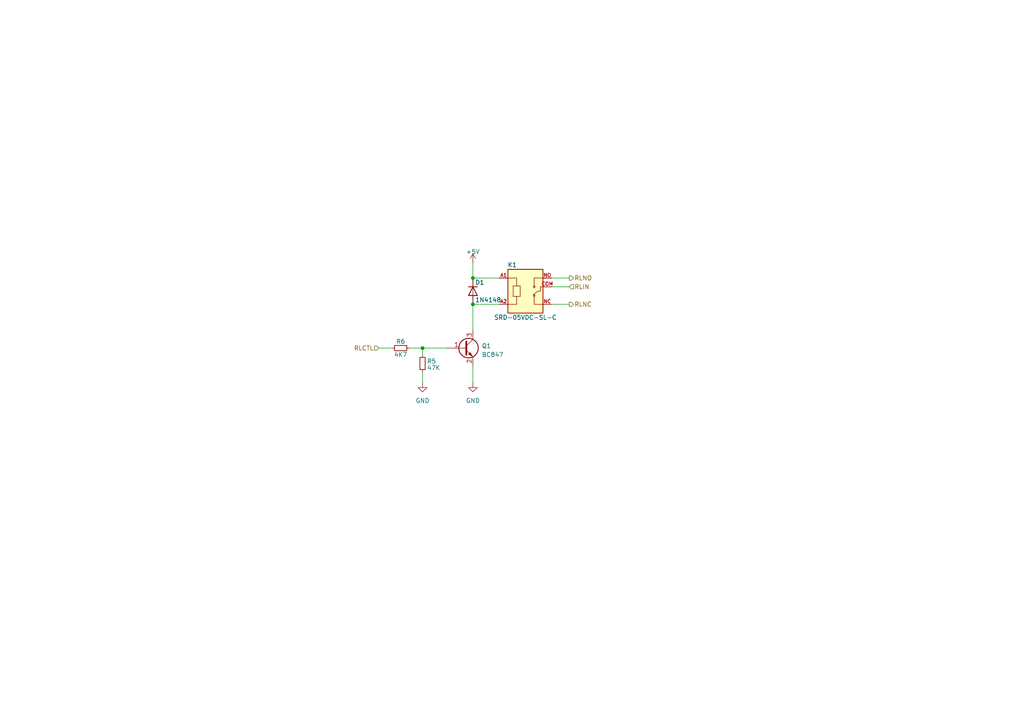
<source format=kicad_sch>
(kicad_sch (version 20230121) (generator eeschema)
  (paper "A4")
  (lib_symbols
    (symbol "2023Staj:SRD-05VDC-SL-C" (pin_names (offset 1.016))
      (property "Reference" "K" (at -5.0809 5.843 0))
      (property "Value" "SRD-05VDC-SL-C" (at -5.0832 -10.1664 0))
      (symbol "SRD-05VDC-SL-C_0_0"
        (rectangle (start -5.08 5.08) (end 5.08 -7.62) (stroke (width 0.254)) (fill (type background)))
        (polyline (pts (xy -5.08 2.54) (xy -2.54 2.54)) (stroke (width 0.1524)))
        (polyline (pts (xy -3.556 -2.794) (xy -2.54 -2.794)) (stroke (width 0.1524)))
        (polyline (pts (xy -3.556 0.254) (xy -3.556 -2.794)) (stroke (width 0.1524)))
        (polyline (pts (xy -2.54 -5.08) (xy -5.08 -5.08)) (stroke (width 0.1524)))
        (polyline (pts (xy -2.54 -2.794) (xy -2.54 -5.08)) (stroke (width 0.1524)))
        (polyline (pts (xy -2.54 -2.794) (xy -1.524 -2.794)) (stroke (width 0.1524)))
        (polyline (pts (xy -2.54 0.254) (xy -3.556 0.254)) (stroke (width 0.1524)))
        (polyline (pts (xy -2.54 2.54) (xy -2.54 0.254)) (stroke (width 0.1524)))
        (polyline (pts (xy -1.524 -2.794) (xy -1.524 0.254)) (stroke (width 0.1524)))
        (polyline (pts (xy -1.524 0.254) (xy -2.54 0.254)) (stroke (width 0.1524)))
        (polyline (pts (xy 2.54 -5.08) (xy 5.08 -5.08)) (stroke (width 0.1524)))
        (polyline (pts (xy 2.54 -2.54) (xy 2.54 -5.08)) (stroke (width 0.1524)))
        (polyline (pts (xy 2.54 2.54) (xy 2.54 0)) (stroke (width 0.1524)))
        (polyline (pts (xy 3.556 -1.27) (xy 2.286 -2.286)) (stroke (width 0.1524)))
        (polyline (pts (xy 3.556 -1.27) (xy 4.318 -1.27)) (stroke (width 0.1524)))
        (polyline (pts (xy 4.318 -1.27) (xy 4.318 0)) (stroke (width 0.1524)))
        (polyline (pts (xy 4.318 0) (xy 5.08 0)) (stroke (width 0.1524)))
        (polyline (pts (xy 5.08 2.54) (xy 2.54 2.54)) (stroke (width 0.1524)))
        (circle (center 2.54 -2.54) (radius 0.254) (stroke (width 0.1524)))
        (circle (center 2.54 0) (radius 0.254) (stroke (width 0.1524)))
        (pin passive line (at -7.62 2.54 0) (length 2.54) (name "~") (number "A1"))
        (pin passive line (at -7.62 -5.08 0) (length 2.54) (name "~") (number "A2"))
        (pin passive line (at 7.62 0 180) (length 2.54) (name "~") (number "COM"))
        (pin passive line (at 7.62 -5.08 180) (length 2.54) (name "~") (number "NC"))
        (pin passive line (at 7.62 2.54 180) (length 2.54) (name "~") (number "NO"))
      )
    )
    (symbol "Device:R_Small" (pin_numbers hide) (pin_names (offset 0.254) hide)
      (property "Reference" "R" (at 0.762 0.508 0))
      (property "Value" "R_Small" (at 0.762 -1.016 0))
      (symbol "R_Small_0_1"
        (rectangle (start -0.762 1.778) (end 0.762 -1.778) (stroke (width 0.2032)))
      )
      (symbol "R_Small_1_1"
        (pin passive line (at 0 2.54 270) (length 0.762) (name "~") (number "1"))
        (pin passive line (at 0 -2.54 90) (length 0.762) (name "~") (number "2"))
      )
    )
    (symbol "Diode:1N4148" (pin_numbers hide) (pin_names hide)
      (property "Reference" "D" (at 0 2.54 0))
      (property "Value" "1N4148" (at 0 -2.54 0))
      (symbol "1N4148_0_1"
        (polyline (pts (xy -1.27 1.27) (xy -1.27 -1.27)) (stroke (width 0.254)))
        (polyline (pts (xy 1.27 0) (xy -1.27 0)))
        (polyline (pts (xy 1.27 1.27) (xy 1.27 -1.27) (xy -1.27 0) (xy 1.27 1.27)) (stroke (width 0.254)))
      )
      (symbol "1N4148_1_1"
        (pin passive line (at -3.81 0 0) (length 2.54) (name "K") (number "1"))
        (pin passive line (at 3.81 0 180) (length 2.54) (name "A") (number "2"))
      )
    )
    (symbol "Transistor_BJT:BC847" (pin_names (offset 0) hide)
      (property "Reference" "Q" (at 5.08 1.905 0))
      (property "Value" "BC847" (at 5.08 0 0))
      (symbol "BC847_0_1"
        (polyline (pts (xy 0.635 0.635) (xy 2.54 2.54)))
        (polyline (pts (xy 0.635 -0.635) (xy 2.54 -2.54) (xy 2.54 -2.54)))
        (polyline (pts (xy 0.635 1.905) (xy 0.635 -1.905) (xy 0.635 -1.905)) (stroke (width 0.508)))
        (polyline (pts (xy 1.27 -1.778) (xy 1.778 -1.27) (xy 2.286 -2.286) (xy 1.27 -1.778) (xy 1.27 -1.778)) (fill (type outline)))
        (circle (center 1.27 0) (radius 2.8194) (stroke (width 0.254)))
      )
      (symbol "BC847_1_1"
        (pin input line (at -5.08 0 0) (length 5.715) (name "B") (number "1"))
        (pin passive line (at 2.54 -5.08 90) (length 2.54) (name "E") (number "2"))
        (pin passive line (at 2.54 5.08 270) (length 2.54) (name "C") (number "3"))
      )
    )
    (symbol "power:+5V" (power) (pin_names (offset 0))
      (property "Value" "+5V" (at 0 3.556 0))
      (symbol "+5V_0_1"
        (polyline (pts (xy -0.762 1.27) (xy 0 2.54)))
        (polyline (pts (xy 0 0) (xy 0 2.54)))
        (polyline (pts (xy 0 2.54) (xy 0.762 1.27)))
      )
      (symbol "+5V_1_1"
        (pin power_in line (at 0 0 90) (length 0) hide (name "+5V") (number "1"))
      )
    )
    (symbol "power:GND" (power) (pin_names (offset 0))
      (property "Value" "GND" (at 0 -3.81 0))
      (symbol "GND_0_1"
        (polyline (pts (xy 0 0) (xy 0 -1.27) (xy 1.27 -1.27) (xy 0 -2.54) (xy -1.27 -1.27) (xy 0 -1.27)))
      )
      (symbol "GND_1_1"
        (pin power_in line (at 0 0 270) (length 0) hide (name "GND") (number "1"))
      )
    )
  )
  (junction (at 137.16 88.265))
  (junction (at 122.555 100.965))
  (junction (at 137.16 80.645))
  (wire (pts (xy 109.855 100.965) (xy 113.665 100.965)))
  (wire (pts (xy 137.16 88.265) (xy 144.78 88.265)))
  (wire (pts (xy 118.745 100.965) (xy 122.555 100.965)))
  (wire (pts (xy 122.555 100.965) (xy 122.555 102.87)))
  (wire (pts (xy 160.02 80.645) (xy 165.1 80.645)))
  (wire (pts (xy 160.02 83.185) (xy 165.1 83.185)))
  (wire (pts (xy 137.16 76.2) (xy 137.16 80.645)))
  (wire (pts (xy 129.54 100.965) (xy 122.555 100.965)))
  (wire (pts (xy 137.16 80.645) (xy 144.78 80.645)))
  (wire (pts (xy 137.16 88.265) (xy 137.16 95.885)))
  (wire (pts (xy 122.555 107.95) (xy 122.555 111.125)))
  (wire (pts (xy 137.16 106.045) (xy 137.16 111.125)))
  (wire (pts (xy 160.02 88.265) (xy 165.1 88.265)))
  (hierarchical_label "RLNO" (shape output) (at 165.1 80.645 0))
  (hierarchical_label "RLCTL" (shape input) (at 109.855 100.965 180))
  (hierarchical_label "RLNC" (shape output) (at 165.1 88.265 0))
  (hierarchical_label "RLIN" (shape input) (at 165.1 83.185 0))
  (symbol (lib_id "power:GND") (at 137.16 111.125 0) (unit 1)
    (property "Reference" "#PWR02" (effects hide))
    (property "Value" "GND" (at 137.16 116.205 0))
  )
  (symbol (lib_id "2023Staj:SRD-05VDC-SL-C") (at 152.4 83.185 0) (unit 1)
    (property "Reference" "K1" (at 148.59 76.835 0))
    (property "Value" "SRD-05VDC-SL-C" (at 152.4 92.075 0))
    (property "Footprint" "2023Staj:RELAY_SRD-05VDC-SL-C" (effects hide))
    (property "STANDARD" "IPC-7251" (effects hide))
    (property "MANUFACTURER" "SONGLE RELAY" (effects hide))
  )
  (symbol (lib_id "Diode:1N4148") (at 137.16 84.455 270) (unit 1)
    (property "Reference" "D1" (at 137.795 81.915 90) (effects (justify left)))
    (property "Value" "1N4148" (at 137.795 86.995 90) (effects (justify left)))
    (property "Footprint" "Diode_THT:D_DO-35_SOD27_P7.62mm_Horizontal" (effects hide))
    (property "Datasheet" "https://assets.nexperia.com/documents/data-sheet/1N4148_1N4448.pdf" (effects hide))
    (property "Sim.Device" "D" (effects hide))
    (property "Sim.Pins" "1=K 2=A" (effects hide))
  )
  (symbol (lib_id "power:+5V") (at 137.16 76.2 0) (unit 1)
    (property "Reference" "#PWR01" (effects hide))
    (property "Value" "+5V" (at 137.16 73.025 0))
  )
  (symbol (lib_id "Device:R_Small") (at 116.205 100.965 90) (unit 1)
    (property "Reference" "R6" (at 116.205 99.06 90))
    (property "Value" "4K7" (at 116.205 102.87 90))
  )
  (symbol (lib_id "Device:R_Small") (at 122.555 105.41 0) (unit 1)
    (property "Reference" "R5" (at 123.825 104.775 0) (effects (justify left)))
    (property "Value" "47K" (at 123.825 106.68 0) (effects (justify left)))
  )
  (symbol (lib_id "power:GND") (at 122.555 111.125 0) (unit 1)
    (property "Reference" "#PWR03" (effects hide))
    (property "Value" "GND" (at 122.555 116.205 0))
  )
  (symbol (lib_id "Transistor_BJT:BC847") (at 134.62 100.965 0) (unit 1)
    (property "Reference" "Q1" (at 139.7 100.33 0) (effects (justify left)))
    (property "Value" "BC847" (at 139.7 102.87 0) (effects (justify left)))
    (property "Footprint" "Package_TO_SOT_SMD:SOT-23" (effects hide))
    (property "Datasheet" "http://www.infineon.com/dgdl/Infineon-BC847SERIES_BC848SERIES_BC849SERIES_BC850SERIES-DS-v01_01-en.pdf?fileId=db3a304314dca389011541d4630a1657" (effects hide))
  )
)
</source>
